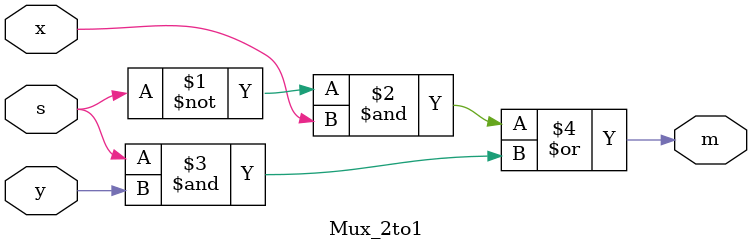
<source format=v>
module Mux_2to1(x,y,s,m);
input x, y, s;
output m;

	assign m = (~s & x)|(s & y);
	
endmodule

</source>
